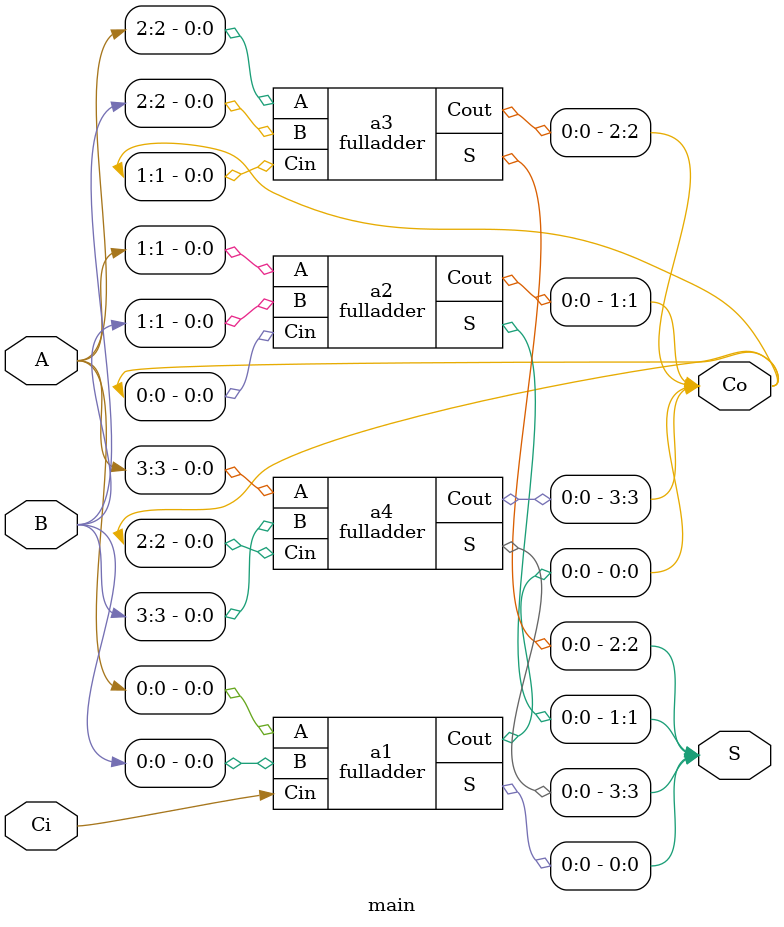
<source format=v>
`timescale 1ns / 1ps


module fulladder(A, B, Cin,S,Cout);
    output S,Cout;
    input A, B, Cin;
    assign S=Cin^(A^B);
    assign Cout=(A&B)|(Cin&(A^B));
endmodule

module main(S,Co,A,B,Ci);
    input [3:0] A;
    input [3:0] B;
    input Ci;
    output [3:0] S;
    output [3:0] Co;
    fulladder a1(A[0],B[0],Ci,S[0],Co[0]);
    fulladder a2(A[1],B[1],Co[0],S[1],Co[1]);
    fulladder a3(A[2],B[2],Co[1],S[2],Co[2]);
    fulladder a4(A[3],B[3],Co[2],S[3],Co[3]);
endmodule

</source>
